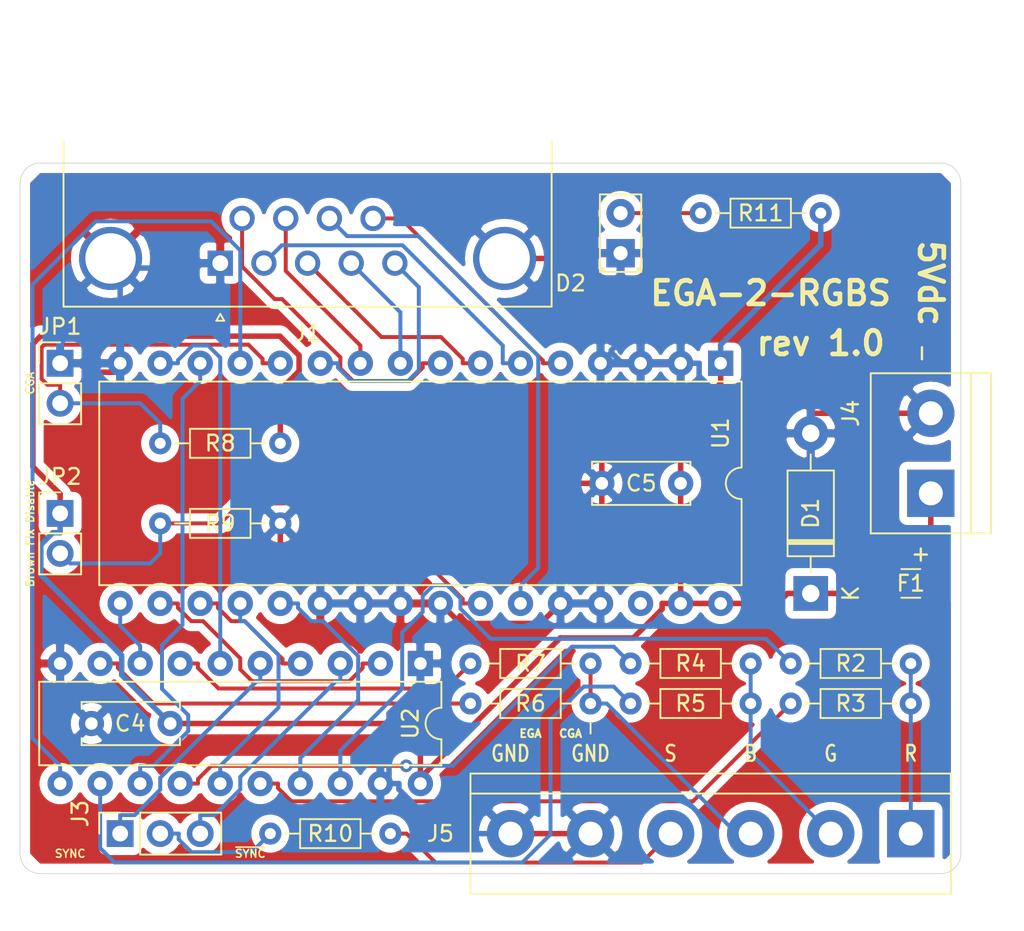
<source format=kicad_pcb>
(kicad_pcb (version 20171130) (host pcbnew 5.1.8-1.fc33)
  (layers (0 F.Cu signal) (31 B.Cu signal) (34 B.Paste user) (35 F.Paste user) (36 B.SilkS user) (37 F.SilkS user) (38 B.Mask user) (39 F.Mask user) (44 Edge.Cuts user))
  (net 0 "")
  (net 1 GND)
  (net 2 VCC)
  (net 3 "Net-(F1-Pad2)")
  (net 4 /IN_VS)
  (net 5 /IN_HS)
  (net 6 /IN_B_I)
  (net 7 /IN_G_I)
  (net 8 /IN_B)
  (net 9 /IN_G)
  (net 10 /IN_R)
  (net 11 /IN_R_I)
  (net 12 "Net-(J3-Pad2)")
  (net 13 /ANALOG_CSYNC)
  (net 14 /ANALOG_R)
  (net 15 /ANALOG_B)
  (net 16 /ANALOG_G)
  (net 17 "Net-(D2-Pad2)")
  (net 18 /~OUT_CS)
  (net 19 /OUT_CS)
  (net 20 /OUT_R)
  (net 21 /OUT_R_I)
  (net 22 /OUT_G)
  (net 23 /OUT_G_I)
  (net 24 /OUT_B)
  (net 25 /OUT_B_I)
  (net 26 /DEC_G_I)
  (net 27 /~DEC_CS)
  (net 28 /DEC_G)
  (net 29 /DEC_CS)
  (net 30 /DEC_R_I)
  (net 31 /DEC_B_I)
  (net 32 /DEC_R)
  (net 33 /DEC_B)
  (net 34 /MODE_IN)
  (net 35 "Net-(JP2-Pad2)")
  (module Resistor_THT:R_Axial_DIN0204_L3.6mm_D1.6mm_P7.62mm_Horizontal (layer F.Cu) (at 105.41 58.42 180)
    (fp_text reference R9 (at 3.81 0) (layer F.SilkS))
    (fp_text value 4.7k)
    (pad 2 thru_hole oval (at 7.62 0 180) (size 1.4 1.4) (drill 0.7) (layers *.Cu *.Mask) (net 35 "Net-(JP2-Pad2)"))
    (pad 1 thru_hole circle (at 0 0 180) (size 1.4 1.4) (drill 0.7) (layers *.Cu *.Mask) (net 1 GND))
  )
  (module Connector_PinHeader_2.54mm:PinHeader_1x02_P2.54mm_Vertical (layer F.Cu) (at 91.44 57.785)
    (fp_text reference JP2 (at 0 -2.33) (layer F.SilkS))
    (fp_text value "Brown Fix")
    (pad 2 thru_hole oval (at 0 2.54) (size 1.7 1.7) (drill 1) (layers *.Cu *.Mask) (net 35 "Net-(JP2-Pad2)"))
    (pad 1 thru_hole rect (at 0 0) (size 1.7 1.7) (drill 1) (layers *.Cu *.Mask) (net 2 VCC))
  )
  (module Connector_PinSocket_2.54mm:PinSocket_1x03_P2.54mm_Vertical (layer F.Cu) (at 95.25 78.105 90)
    (fp_text reference J3 (at 1.27 -2.54 90) (layer F.SilkS))
    (fp_text value "CSync Selection")
    (pad 3 thru_hole oval (at 0 5.08 90) (size 1.7 1.7) (drill 1) (layers *.Cu *.Mask) (net 18 /~OUT_CS))
    (pad 2 thru_hole oval (at 0 2.54 90) (size 1.7 1.7) (drill 1) (layers *.Cu *.Mask) (net 12 "Net-(J3-Pad2)"))
    (pad 1 thru_hole rect (at 0 0 90) (size 1.7 1.7) (drill 1) (layers *.Cu *.Mask) (net 19 /OUT_CS))
  )
  (module Resistor_THT:R_Axial_DIN0204_L3.6mm_D1.6mm_P7.62mm_Horizontal (layer F.Cu) (at 97.79 53.34)
    (fp_text reference R8 (at 3.81 0) (layer F.SilkS))
    (fp_text value 4.7k)
    (pad 2 thru_hole oval (at 7.62 0) (size 1.4 1.4) (drill 0.7) (layers *.Cu *.Mask) (net 2 VCC))
    (pad 1 thru_hole circle (at 0 0) (size 1.4 1.4) (drill 0.7) (layers *.Cu *.Mask) (net 34 /MODE_IN))
  )
  (module Connector_PinHeader_2.54mm:PinHeader_1x02_P2.54mm_Vertical (layer F.Cu) (at 91.44 48.26)
    (fp_text reference JP1 (at 0 -2.33) (layer F.SilkS))
    (fp_text value EGA/CGA)
    (pad 2 thru_hole oval (at 0 2.54) (size 1.7 1.7) (drill 1) (layers *.Cu *.Mask) (net 34 /MODE_IN))
    (pad 1 thru_hole rect (at 0 0) (size 1.7 1.7) (drill 1) (layers *.Cu *.Mask) (net 1 GND))
  )
  (module Package_DIP:DIP-32_W15.24mm (layer F.Cu) (at 133.35 48.26 270)
    (fp_text reference U1 (at 4.445 0 90) (layer F.SilkS))
    (fp_text value 27C010)
    (pad 32 thru_hole oval (at 15.24 0 270) (size 1.6 1.6) (drill 0.8) (layers *.Cu *.Mask) (net 2 VCC))
    (pad 16 thru_hole oval (at 0 38.1 270) (size 1.6 1.6) (drill 0.8) (layers *.Cu *.Mask) (net 1 GND))
    (pad 31 thru_hole oval (at 15.24 2.54 270) (size 1.6 1.6) (drill 0.8) (layers *.Cu *.Mask) (net 2 VCC))
    (pad 15 thru_hole oval (at 0 35.56 270) (size 1.6 1.6) (drill 0.8) (layers *.Cu *.Mask) (net 28 /DEC_G))
    (pad 30 thru_hole oval (at 15.24 5.08 270) (size 1.6 1.6) (drill 0.8) (layers *.Cu *.Mask))
    (pad 14 thru_hole oval (at 0 33.02 270) (size 1.6 1.6) (drill 0.8) (layers *.Cu *.Mask) (net 31 /DEC_B_I))
    (pad 29 thru_hole oval (at 15.24 7.62 270) (size 1.6 1.6) (drill 0.8) (layers *.Cu *.Mask) (net 1 GND))
    (pad 13 thru_hole oval (at 0 30.48 270) (size 1.6 1.6) (drill 0.8) (layers *.Cu *.Mask) (net 33 /DEC_B))
    (pad 28 thru_hole oval (at 15.24 10.16 270) (size 1.6 1.6) (drill 0.8) (layers *.Cu *.Mask) (net 1 GND))
    (pad 12 thru_hole oval (at 0 27.94 270) (size 1.6 1.6) (drill 0.8) (layers *.Cu *.Mask) (net 34 /MODE_IN))
    (pad 27 thru_hole oval (at 15.24 12.7 270) (size 1.6 1.6) (drill 0.8) (layers *.Cu *.Mask) (net 5 /IN_HS))
    (pad 11 thru_hole oval (at 0 25.4 270) (size 1.6 1.6) (drill 0.8) (layers *.Cu *.Mask) (net 8 /IN_B))
    (pad 26 thru_hole oval (at 15.24 15.24 270) (size 1.6 1.6) (drill 0.8) (layers *.Cu *.Mask) (net 35 "Net-(JP2-Pad2)"))
    (pad 10 thru_hole oval (at 0 22.86 270) (size 1.6 1.6) (drill 0.8) (layers *.Cu *.Mask) (net 6 /IN_B_I))
    (pad 25 thru_hole oval (at 15.24 17.78 270) (size 1.6 1.6) (drill 0.8) (layers *.Cu *.Mask) (net 1 GND))
    (pad 9 thru_hole oval (at 0 20.32 270) (size 1.6 1.6) (drill 0.8) (layers *.Cu *.Mask) (net 9 /IN_G))
    (pad 24 thru_hole oval (at 15.24 20.32 270) (size 1.6 1.6) (drill 0.8) (layers *.Cu *.Mask) (net 1 GND))
    (pad 8 thru_hole oval (at 0 17.78 270) (size 1.6 1.6) (drill 0.8) (layers *.Cu *.Mask) (net 7 /IN_G_I))
    (pad 23 thru_hole oval (at 15.24 22.86 270) (size 1.6 1.6) (drill 0.8) (layers *.Cu *.Mask) (net 1 GND))
    (pad 7 thru_hole oval (at 0 15.24 270) (size 1.6 1.6) (drill 0.8) (layers *.Cu *.Mask) (net 10 /IN_R))
    (pad 22 thru_hole oval (at 15.24 25.4 270) (size 1.6 1.6) (drill 0.8) (layers *.Cu *.Mask) (net 1 GND))
    (pad 6 thru_hole oval (at 0 12.7 270) (size 1.6 1.6) (drill 0.8) (layers *.Cu *.Mask) (net 11 /IN_R_I))
    (pad 21 thru_hole oval (at 15.24 27.94 270) (size 1.6 1.6) (drill 0.8) (layers *.Cu *.Mask) (net 27 /~DEC_CS))
    (pad 5 thru_hole oval (at 0 10.16 270) (size 1.6 1.6) (drill 0.8) (layers *.Cu *.Mask) (net 4 /IN_VS))
    (pad 20 thru_hole oval (at 15.24 30.48 270) (size 1.6 1.6) (drill 0.8) (layers *.Cu *.Mask) (net 29 /DEC_CS))
    (pad 4 thru_hole oval (at 0 7.62 270) (size 1.6 1.6) (drill 0.8) (layers *.Cu *.Mask) (net 1 GND))
    (pad 19 thru_hole oval (at 15.24 33.02 270) (size 1.6 1.6) (drill 0.8) (layers *.Cu *.Mask) (net 30 /DEC_R_I))
    (pad 3 thru_hole oval (at 0 5.08 270) (size 1.6 1.6) (drill 0.8) (layers *.Cu *.Mask) (net 1 GND))
    (pad 18 thru_hole oval (at 15.24 35.56 270) (size 1.6 1.6) (drill 0.8) (layers *.Cu *.Mask) (net 32 /DEC_R))
    (pad 2 thru_hole oval (at 0 2.54 270) (size 1.6 1.6) (drill 0.8) (layers *.Cu *.Mask) (net 1 GND))
    (pad 17 thru_hole oval (at 15.24 38.1 270) (size 1.6 1.6) (drill 0.8) (layers *.Cu *.Mask) (net 26 /DEC_G_I))
    (pad 1 thru_hole rect (at 0 0 270) (size 1.6 1.6) (drill 0.8) (layers *.Cu *.Mask) (net 2 VCC))
  )
  (module Package_DIP:DIP-20_W7.62mm (layer F.Cu) (at 114.3 67.31 270)
    (fp_text reference U2 (at 3.81 0.635 90) (layer F.SilkS))
    (fp_text value 74LS244)
    (pad 20 thru_hole oval (at 7.62 0 270) (size 1.6 1.6) (drill 0.8) (layers *.Cu *.Mask) (net 2 VCC))
    (pad 10 thru_hole oval (at 0 22.86 270) (size 1.6 1.6) (drill 0.8) (layers *.Cu *.Mask) (net 1 GND))
    (pad 19 thru_hole oval (at 7.62 2.54 270) (size 1.6 1.6) (drill 0.8) (layers *.Cu *.Mask) (net 1 GND))
    (pad 9 thru_hole oval (at 0 20.32 270) (size 1.6 1.6) (drill 0.8) (layers *.Cu *.Mask) (net 24 /OUT_B))
    (pad 18 thru_hole oval (at 7.62 5.08 270) (size 1.6 1.6) (drill 0.8) (layers *.Cu *.Mask) (net 20 /OUT_R))
    (pad 8 thru_hole oval (at 0 17.78 270) (size 1.6 1.6) (drill 0.8) (layers *.Cu *.Mask) (net 26 /DEC_G_I))
    (pad 17 thru_hole oval (at 7.62 7.62 270) (size 1.6 1.6) (drill 0.8) (layers *.Cu *.Mask) (net 27 /~DEC_CS))
    (pad 7 thru_hole oval (at 0 15.24 270) (size 1.6 1.6) (drill 0.8) (layers *.Cu *.Mask) (net 25 /OUT_B_I))
    (pad 16 thru_hole oval (at 7.62 10.16 270) (size 1.6 1.6) (drill 0.8) (layers *.Cu *.Mask) (net 21 /OUT_R_I))
    (pad 6 thru_hole oval (at 0 12.7 270) (size 1.6 1.6) (drill 0.8) (layers *.Cu *.Mask) (net 28 /DEC_G))
    (pad 15 thru_hole oval (at 7.62 12.7 270) (size 1.6 1.6) (drill 0.8) (layers *.Cu *.Mask) (net 29 /DEC_CS))
    (pad 5 thru_hole oval (at 0 10.16 270) (size 1.6 1.6) (drill 0.8) (layers *.Cu *.Mask) (net 19 /OUT_CS))
    (pad 14 thru_hole oval (at 7.62 15.24 270) (size 1.6 1.6) (drill 0.8) (layers *.Cu *.Mask) (net 22 /OUT_G))
    (pad 4 thru_hole oval (at 0 7.62 270) (size 1.6 1.6) (drill 0.8) (layers *.Cu *.Mask) (net 30 /DEC_R_I))
    (pad 13 thru_hole oval (at 7.62 17.78 270) (size 1.6 1.6) (drill 0.8) (layers *.Cu *.Mask) (net 31 /DEC_B_I))
    (pad 3 thru_hole oval (at 0 5.08 270) (size 1.6 1.6) (drill 0.8) (layers *.Cu *.Mask) (net 18 /~OUT_CS))
    (pad 12 thru_hole oval (at 7.62 20.32 270) (size 1.6 1.6) (drill 0.8) (layers *.Cu *.Mask) (net 23 /OUT_G_I))
    (pad 2 thru_hole oval (at 0 2.54 270) (size 1.6 1.6) (drill 0.8) (layers *.Cu *.Mask) (net 32 /DEC_R))
    (pad 11 thru_hole oval (at 7.62 22.86 270) (size 1.6 1.6) (drill 0.8) (layers *.Cu *.Mask) (net 33 /DEC_B))
    (pad 1 thru_hole rect (at 0 0 270) (size 1.6 1.6) (drill 0.8) (layers *.Cu *.Mask) (net 1 GND))
  )
  (module Resistor_THT:R_Axial_DIN0204_L3.6mm_D1.6mm_P7.62mm_Horizontal (layer F.Cu) (at 132.08 38.735)
    (fp_text reference R11 (at 3.81 0) (layer F.SilkS))
    (fp_text value 1k)
    (pad 2 thru_hole oval (at 7.62 0) (size 1.4 1.4) (drill 0.7) (layers *.Cu *.Mask) (net 2 VCC))
    (pad 1 thru_hole circle (at 0 0) (size 1.4 1.4) (drill 0.7) (layers *.Cu *.Mask) (net 17 "Net-(D2-Pad2)"))
  )
  (module LED_THT:LED_D2.0mm_W4.8mm_H2.5mm_FlatTop (layer F.Cu) (at 127 41.275 90)
    (fp_text reference D2 (at -1.905 -3.175) (layer F.SilkS))
    (fp_text value Power)
    (pad 2 thru_hole circle (at 2.54 0 90) (size 1.8 1.8) (drill 0.9) (layers *.Cu *.Mask) (net 17 "Net-(D2-Pad2)"))
    (pad 1 thru_hole rect (at 0 0 90) (size 1.8 1.8) (drill 0.9) (layers *.Cu *.Mask) (net 1 GND))
  )
  (module Diode_THT:D_DO-41_SOD81_P10.16mm_Horizontal (layer F.Cu) (at 139.065 62.865 90)
    (fp_text reference D1 (at 5.08 0 90) (layer F.SilkS))
    (fp_text value 1N4733A)
    (fp_text user K (at 0 2.54 90) (layer F.SilkS))
    (pad 2 thru_hole oval (at 10.16 0 90) (size 2.2 2.2) (drill 1.1) (layers *.Cu *.Mask) (net 1 GND))
    (pad 1 thru_hole rect (at 0 0 90) (size 2.2 2.2) (drill 1.1) (layers *.Cu *.Mask) (net 2 VCC))
  )
  (module Resistor_THT:R_Axial_DIN0204_L3.6mm_D1.6mm_P7.62mm_Horizontal (layer F.Cu) (at 104.775 78.105)
    (fp_text reference R10 (at 3.81 0) (layer F.SilkS))
    (fp_text value 470)
    (pad 2 thru_hole oval (at 7.62 0) (size 1.4 1.4) (drill 0.7) (layers *.Cu *.Mask) (net 13 /ANALOG_CSYNC))
    (pad 1 thru_hole circle (at 0 0) (size 1.4 1.4) (drill 0.7) (layers *.Cu *.Mask) (net 12 "Net-(J3-Pad2)"))
  )
  (module Resistor_THT:R_Axial_DIN0204_L3.6mm_D1.6mm_P7.62mm_Horizontal (layer F.Cu) (at 117.475 67.31)
    (fp_text reference R7 (at 3.81 0) (layer F.SilkS))
    (fp_text value 1.5k)
    (pad 2 thru_hole oval (at 7.62 0) (size 1.4 1.4) (drill 0.7) (layers *.Cu *.Mask) (net 15 /ANALOG_B))
    (pad 1 thru_hole circle (at 0 0) (size 1.4 1.4) (drill 0.7) (layers *.Cu *.Mask) (net 25 /OUT_B_I))
  )
  (module Resistor_THT:R_Axial_DIN0204_L3.6mm_D1.6mm_P7.62mm_Horizontal (layer F.Cu) (at 117.475 69.85)
    (fp_text reference R6 (at 3.81 0) (layer F.SilkS))
    (fp_text value 470)
    (pad 2 thru_hole oval (at 7.62 0) (size 1.4 1.4) (drill 0.7) (layers *.Cu *.Mask) (net 15 /ANALOG_B))
    (pad 1 thru_hole circle (at 0 0) (size 1.4 1.4) (drill 0.7) (layers *.Cu *.Mask) (net 24 /OUT_B))
  )
  (module Resistor_THT:R_Axial_DIN0204_L3.6mm_D1.6mm_P7.62mm_Horizontal (layer F.Cu) (at 127.635 69.85)
    (fp_text reference R5 (at 3.81 0) (layer F.SilkS))
    (fp_text value 1.5k)
    (pad 2 thru_hole oval (at 7.62 0) (size 1.4 1.4) (drill 0.7) (layers *.Cu *.Mask) (net 16 /ANALOG_G))
    (pad 1 thru_hole circle (at 0 0) (size 1.4 1.4) (drill 0.7) (layers *.Cu *.Mask) (net 23 /OUT_G_I))
  )
  (module Resistor_THT:R_Axial_DIN0204_L3.6mm_D1.6mm_P7.62mm_Horizontal (layer F.Cu) (at 127.635 67.31)
    (fp_text reference R4 (at 3.81 0) (layer F.SilkS))
    (fp_text value 470)
    (pad 2 thru_hole oval (at 7.62 0) (size 1.4 1.4) (drill 0.7) (layers *.Cu *.Mask) (net 16 /ANALOG_G))
    (pad 1 thru_hole circle (at 0 0) (size 1.4 1.4) (drill 0.7) (layers *.Cu *.Mask) (net 22 /OUT_G))
  )
  (module Resistor_THT:R_Axial_DIN0204_L3.6mm_D1.6mm_P7.62mm_Horizontal (layer F.Cu) (at 137.795 69.85)
    (fp_text reference R3 (at 3.81 0) (layer F.SilkS))
    (fp_text value 1.5k)
    (pad 2 thru_hole oval (at 7.62 0) (size 1.4 1.4) (drill 0.7) (layers *.Cu *.Mask) (net 14 /ANALOG_R))
    (pad 1 thru_hole circle (at 0 0) (size 1.4 1.4) (drill 0.7) (layers *.Cu *.Mask) (net 21 /OUT_R_I))
  )
  (module Resistor_THT:R_Axial_DIN0204_L3.6mm_D1.6mm_P7.62mm_Horizontal (layer F.Cu) (at 137.795 67.31)
    (fp_text reference R2 (at 3.81 0) (layer F.SilkS))
    (fp_text value 470)
    (pad 2 thru_hole oval (at 7.62 0) (size 1.4 1.4) (drill 0.7) (layers *.Cu *.Mask) (net 14 /ANALOG_R))
    (pad 1 thru_hole circle (at 0 0) (size 1.4 1.4) (drill 0.7) (layers *.Cu *.Mask) (net 20 /OUT_R))
  )
  (module TerminalBlock:TerminalBlock_bornier-6_P5.08mm (layer F.Cu) (at 145.415 78.105 180)
    (fp_text reference J5 (at 29.845 0) (layer F.SilkS))
    (fp_text value "Video Out")
    (pad 6 thru_hole circle (at 25.4 0 180) (size 3 3) (drill 1.52) (layers *.Cu *.Mask) (net 1 GND))
    (pad 5 thru_hole circle (at 20.32 0 180) (size 3 3) (drill 1.52) (layers *.Cu *.Mask) (net 1 GND))
    (pad 4 thru_hole circle (at 15.24 0 180) (size 3 3) (drill 1.52) (layers *.Cu *.Mask) (net 13 /ANALOG_CSYNC))
    (pad 1 thru_hole rect (at 0 0 180) (size 3 3) (drill 1.52) (layers *.Cu *.Mask) (net 14 /ANALOG_R))
    (pad 3 thru_hole circle (at 10.16 0 180) (size 3 3) (drill 1.52) (layers *.Cu *.Mask) (net 15 /ANALOG_B))
    (pad 2 thru_hole circle (at 5.08 0 180) (size 3 3) (drill 1.52) (layers *.Cu *.Mask) (net 16 /ANALOG_G))
  )
  (module TerminalBlock:TerminalBlock_bornier-2_P5.08mm (layer F.Cu) (at 146.685 56.515 90)
    (fp_text reference J4 (at 5.08 -5.08 90) (layer F.SilkS))
    (fp_text value Power)
    (pad 2 thru_hole circle (at 5.08 0 90) (size 3 3) (drill 1.52) (layers *.Cu *.Mask) (net 1 GND))
    (pad 1 thru_hole rect (at 0 0 90) (size 3 3) (drill 1.52) (layers *.Cu *.Mask) (net 3 "Net-(F1-Pad2)"))
  )
  (module Connector_Dsub:DSUB-9_Female_Horizontal_P2.77x2.84mm_EdgePinOffset4.94mm_Housed_MountingHolesOffset7.48mm (layer F.Cu) (at 101.6 41.91 180)
    (fp_text reference J1 (at -5.54 -4.445) (layer F.SilkS))
    (fp_text value "EGA Input")
    (pad 0 thru_hole circle (at 6.96 0.3 180) (size 4 4) (drill 3.2) (layers *.Cu *.Mask) (net 1 GND))
    (pad 0 thru_hole circle (at -18.04 0.3 180) (size 4 4) (drill 3.2) (layers *.Cu *.Mask) (net 1 GND))
    (pad 9 thru_hole circle (at -9.695 2.84 180) (size 1.6 1.6) (drill 1) (layers *.Cu *.Mask) (net 4 /IN_VS))
    (pad 8 thru_hole circle (at -6.925 2.84 180) (size 1.6 1.6) (drill 1) (layers *.Cu *.Mask) (net 5 /IN_HS))
    (pad 7 thru_hole circle (at -4.155 2.84 180) (size 1.6 1.6) (drill 1) (layers *.Cu *.Mask) (net 6 /IN_B_I))
    (pad 6 thru_hole circle (at -1.385 2.84 180) (size 1.6 1.6) (drill 1) (layers *.Cu *.Mask) (net 7 /IN_G_I))
    (pad 5 thru_hole circle (at -11.08 0 180) (size 1.6 1.6) (drill 1) (layers *.Cu *.Mask) (net 8 /IN_B))
    (pad 4 thru_hole circle (at -8.31 0 180) (size 1.6 1.6) (drill 1) (layers *.Cu *.Mask) (net 9 /IN_G))
    (pad 3 thru_hole circle (at -5.54 0 180) (size 1.6 1.6) (drill 1) (layers *.Cu *.Mask) (net 10 /IN_R))
    (pad 2 thru_hole circle (at -2.77 0 180) (size 1.6 1.6) (drill 1) (layers *.Cu *.Mask) (net 11 /IN_R_I))
    (pad 1 thru_hole rect (at 0 0 180) (size 1.6 1.6) (drill 1) (layers *.Cu *.Mask) (net 1 GND))
  )
  (module Fuse:Fuse_1206_3216Metric (layer F.Cu) (at 145.415 62.23)
    (fp_text reference F1 (at 0 0) (layer F.SilkS))
    (fp_text value 250mA)
    (pad 2 smd roundrect (at 1.4 0) (size 1.25 1.75) (layers F.Cu F.Paste F.Mask) (roundrect_rratio 0.2) (net 3 "Net-(F1-Pad2)"))
    (pad 1 smd roundrect (at -1.4 0) (size 1.25 1.75) (layers F.Cu F.Paste F.Mask) (roundrect_rratio 0.2) (net 2 VCC))
  )
  (module Capacitor_THT:C_Disc_D6.0mm_W2.5mm_P5.00mm (layer F.Cu) (at 130.81 55.88 180)
    (fp_text reference C5 (at 2.5 0) (layer F.SilkS))
    (fp_text value 100nF)
    (pad 2 thru_hole circle (at 5 0 180) (size 1.6 1.6) (drill 0.8) (layers *.Cu *.Mask) (net 1 GND))
    (pad 1 thru_hole circle (at 0 0 180) (size 1.6 1.6) (drill 0.8) (layers *.Cu *.Mask) (net 2 VCC))
  )
  (module Capacitor_THT:C_Disc_D6.0mm_W2.5mm_P5.00mm (layer F.Cu) (at 98.425 71.12 180)
    (fp_text reference C4 (at 2.54 0) (layer F.SilkS))
    (fp_text value 100nF)
    (pad 2 thru_hole circle (at 5 0 180) (size 1.6 1.6) (drill 0.8) (layers *.Cu *.Mask) (net 1 GND))
    (pad 1 thru_hole circle (at 0 0 180) (size 1.6 1.6) (drill 0.8) (layers *.Cu *.Mask) (net 2 VCC))
  )
  (gr_text "Brown Fix Disable" (at 89.535 59.055 90) (layer F.SilkS) (effects (font (size 0.5 0.5) (thickness 0.1))))
  (gr_text EGA-2-RGBS (at 136.525 43.815) (layer F.SilkS) (effects (font (size 1.5 1.5) (thickness 0.3))))
  (gr_text ~SYNC (at 103.505 79.375) (layer F.SilkS) (effects (font (size 0.5 0.5) (thickness 0.1))))
  (gr_text SYNC (at 92.075 79.375) (layer F.SilkS) (effects (font (size 0.5 0.5) (thickness 0.1))))
  (gr_text CGA (at 89.535 49.53 90) (layer F.SilkS) (effects (font (size 0.5 0.5) (thickness 0.1))))
  (gr_text - (at 146.05 47.625 90) (layer F.SilkS) (effects (font (size 1 1))))
  (gr_text + (at 146.05 60.325) (layer F.SilkS) (effects (font (size 1 1))))
  (gr_text "rev 1.0" (at 139.7 46.99) (layer F.SilkS) (effects (font (size 1.5 1.5) (thickness 0.3))))
  (gr_line (start 125.095 71.755) (end 125.095 71.12) (layer F.SilkS) (width 0.12))
  (gr_text CGA (at 123.825 71.755) (layer F.SilkS) (effects (font (size 0.5 0.5) (thickness 0.125))))
  (gr_text EGA (at 121.285 71.755) (layer F.SilkS) (effects (font (size 0.5 0.5) (thickness 0.125))))
  (gr_text R (at 145.415 73.025) (layer F.SilkS) (effects (font (size 1 0.8))))
  (gr_text G (at 140.335 73.025) (layer F.SilkS) (effects (font (size 1 0.8))))
  (gr_text B (at 135.255 73.025) (layer F.SilkS) (effects (font (size 1 0.8))))
  (gr_text S (at 130.175 73.025) (layer F.SilkS) (effects (font (size 1 0.8))))
  (gr_text GND (at 125.095 73.025) (layer F.SilkS) (effects (font (size 1 0.8))))
  (gr_text GND (at 120.015 73.025) (layer F.SilkS) (effects (font (size 1 0.8))))
  (gr_text 5Vdc (at 146.685 43.18 -90) (layer F.SilkS) (effects (font (size 1.5 1.5) (thickness 0.3))))
  (gr_line (start 90.17 80.645) (end 147.32 80.645) (layer Edge.Cuts) (width 0.05))
  (gr_line (start 148.59 79.375) (end 148.59 36.83) (layer Edge.Cuts) (width 0.05))
  (gr_arc (start 147.32 79.375) (end 147.32 80.645) (angle -90) (layer Edge.Cuts) (width 0.05))
  (gr_line (start 88.9 79.375) (end 88.9 36.83) (layer Edge.Cuts) (width 0.05))
  (gr_arc (start 90.17 79.375) (end 88.9 79.375) (angle -90) (layer Edge.Cuts) (width 0.05))
  (gr_line (start 147.32 35.56) (end 90.17 35.56) (layer Edge.Cuts) (width 0.05))
  (gr_arc (start 147.32 36.83) (end 148.59 36.83) (angle -90) (layer Edge.Cuts) (width 0.05))
  (gr_arc (start 90.17 36.83) (end 90.17 35.56) (angle -90) (layer Edge.Cuts) (width 0.05))
  (segment (start 95.25 42.22) (end 95.25 48.26) (width 0.35) (layer B.Cu) (net 1))
  (segment (start 101.6 41.91) (end 100.425 41.91) (width 0.35) (layer B.Cu) (net 1))
  (segment (start 100.425 41.91) (end 100.115 42.22) (width 0.35) (layer B.Cu) (net 1))
  (segment (start 100.115 42.22) (end 95.25 42.22) (width 0.35) (layer B.Cu) (net 1))
  (segment (start 125.81 55.88) (end 125.81 63.42) (width 0.35) (layer F.Cu) (net 1))
  (segment (start 125.81 63.42) (end 125.73 63.5) (width 0.35) (layer F.Cu) (net 1))
  (segment (start 125.73 63.5) (end 123.19 63.5) (width 0.35) (layer F.Cu) (net 1))
  (segment (start 93.425 71.12) (end 92.155 69.85) (width 0.35) (layer F.Cu) (net 1))
  (segment (start 92.155 69.85) (end 92.075 69.85) (width 0.35) (layer F.Cu) (net 1))
  (segment (start 92.075 69.85) (end 91.44 69.215) (width 0.35) (layer F.Cu) (net 1))
  (segment (start 91.44 69.215) (end 91.44 67.31) (width 0.35) (layer F.Cu) (net 1))
  (segment (start 139.065 52.705) (end 139.065 51.435) (width 0.35) (layer F.Cu) (net 1))
  (segment (start 139.065 51.435) (end 146.685 51.435) (width 0.35) (layer F.Cu) (net 1))
  (segment (start 125.81 55.88) (end 125.81 50.88) (width 0.35) (layer F.Cu) (net 1))
  (segment (start 125.81 50.88) (end 125.73 50.8) (width 0.35) (layer F.Cu) (net 1))
  (segment (start 125.73 50.8) (end 125.73 48.26) (width 0.35) (layer F.Cu) (net 1))
  (segment (start 119.64 41.61) (end 125.39 41.61) (width 0.35) (layer F.Cu) (net 1))
  (segment (start 125.39 41.61) (end 125.725 41.275) (width 0.35) (layer F.Cu) (net 1))
  (segment (start 125.725 41.275) (end 127 41.275) (width 0.35) (layer F.Cu) (net 1))
  (segment (start 125.095 78.105) (end 120.015 78.105) (width 0.35) (layer F.Cu) (net 1))
  (segment (start 130.81 48.26) (end 128.27 48.26) (width 0.35) (layer F.Cu) (net 1))
  (segment (start 113.03 63.5) (end 110.49 63.5) (width 0.35) (layer F.Cu) (net 1))
  (segment (start 110.49 63.5) (end 107.95 63.5) (width 0.35) (layer F.Cu) (net 1))
  (segment (start 120.015 78.105) (end 115.745 78.105) (width 0.35) (layer B.Cu) (net 1))
  (segment (start 115.745 78.105) (end 112.935 75.2953) (width 0.35) (layer B.Cu) (net 1))
  (segment (start 112.935 75.2953) (end 112.935 74.93) (width 0.35) (layer B.Cu) (net 1))
  (segment (start 112.935 74.93) (end 112.307 74.93) (width 0.35) (layer B.Cu) (net 1))
  (segment (start 115.57 63.5) (end 115.57 64.6753) (width 0.35) (layer B.Cu) (net 1))
  (segment (start 115.57 64.6753) (end 114.3 65.9453) (width 0.35) (layer B.Cu) (net 1))
  (segment (start 114.3 65.9453) (end 114.3 67.31) (width 0.35) (layer B.Cu) (net 1))
  (segment (start 115.57 63.5) (end 113.03 63.5) (width 0.35) (layer F.Cu) (net 1))
  (segment (start 130.81 48.26) (end 131.985 48.26) (width 0.35) (layer B.Cu) (net 1))
  (segment (start 131.985 48.26) (end 131.985 49.068) (width 0.35) (layer B.Cu) (net 1))
  (segment (start 131.985 49.068) (end 135.622 52.705) (width 0.35) (layer B.Cu) (net 1))
  (segment (start 135.622 52.705) (end 139.065 52.705) (width 0.35) (layer B.Cu) (net 1))
  (segment (start 125.81 55.88) (end 99.6935 55.88) (width 0.35) (layer F.Cu) (net 1))
  (segment (start 128.27 48.26) (end 127.095 48.26) (width 0.35) (layer B.Cu) (net 1))
  (segment (start 127.095 48.26) (end 126.412 47.5776) (width 0.35) (layer B.Cu) (net 1))
  (segment (start 125.73 48.26) (end 126.412 47.5776) (width 0.35) (layer B.Cu) (net 1))
  (segment (start 127 41.275) (end 127 46.8533) (width 0.35) (layer B.Cu) (net 1))
  (segment (start 127 46.8533) (end 126.412 47.441) (width 0.35) (layer B.Cu) (net 1))
  (segment (start 126.412 47.441) (end 126.412 47.5776) (width 0.35) (layer B.Cu) (net 1))
  (segment (start 95.25 42.22) (end 94.64 41.61) (width 0.35) (layer B.Cu) (net 1))
  (segment (start 99.6935 55.88) (end 97.79 55.88) (width 0.35) (layer F.Cu) (net 1))
  (segment (start 97.79 55.88) (end 95.25 53.34) (width 0.35) (layer F.Cu) (net 1))
  (segment (start 95.25 53.34) (end 95.25 48.8298) (width 0.35) (layer F.Cu) (net 1))
  (segment (start 95.25 48.8298) (end 95.25 48.26) (width 0.35) (layer F.Cu) (net 1))
  (segment (start 95.25 48.8298) (end 93.2351 48.8298) (width 0.35) (layer F.Cu) (net 1))
  (segment (start 93.2351 48.8298) (end 92.6653 48.26) (width 0.35) (layer F.Cu) (net 1))
  (segment (start 92.6653 48.26) (end 91.44 48.26) (width 0.35) (layer F.Cu) (net 1))
  (segment (start 114.3 67.31) (end 114.3 68.4853) (width 0.35) (layer B.Cu) (net 1))
  (segment (start 114.3 68.4853) (end 112.307 70.4785) (width 0.35) (layer B.Cu) (net 1))
  (segment (start 112.307 70.4785) (end 112.307 74.93) (width 0.35) (layer B.Cu) (net 1))
  (segment (start 111.76 74.93) (end 112.307 74.93) (width 0.35) (layer B.Cu) (net 1))
  (segment (start 115.57 63.5) (end 116.84 64.77) (width 0.35) (layer F.Cu) (net 1))
  (segment (start 121.92 64.77) (end 123.19 63.5) (width 0.35) (layer F.Cu) (net 1))
  (segment (start 116.84 64.77) (end 121.92 64.77) (width 0.35) (layer F.Cu) (net 1))
  (segment (start 105.41 59.69) (end 105.41 58.42) (width 0.35) (layer F.Cu) (net 1))
  (segment (start 106.045 60.325) (end 105.41 59.69) (width 0.35) (layer F.Cu) (net 1))
  (segment (start 107.315 60.325) (end 106.045 60.325) (width 0.35) (layer F.Cu) (net 1))
  (segment (start 107.95 60.96) (end 107.315 60.325) (width 0.35) (layer F.Cu) (net 1))
  (segment (start 107.95 63.5) (end 107.95 60.96) (width 0.35) (layer F.Cu) (net 1))
  (segment (start 95.25 58.42) (end 97.79 55.88) (width 0.35) (layer F.Cu) (net 1))
  (segment (start 95.25 60.325) (end 95.25 58.42) (width 0.35) (layer F.Cu) (net 1))
  (segment (start 91.44 64.135) (end 95.25 60.325) (width 0.35) (layer F.Cu) (net 1))
  (segment (start 91.44 67.31) (end 91.44 64.135) (width 0.35) (layer F.Cu) (net 1))
  (segment (start 105.41 50.8) (end 105.41 49.7247) (width 0.35) (layer F.Cu) (net 2))
  (segment (start 91.44 57.785) (end 91.44 56.5597) (width 0.35) (layer F.Cu) (net 2))
  (segment (start 91.44 56.5597) (end 89.7107 54.8304) (width 0.35) (layer F.Cu) (net 2))
  (segment (start 89.7107 54.8304) (end 89.7107 47.0281) (width 0.35) (layer F.Cu) (net 2))
  (segment (start 89.7107 47.0281) (end 90.1976 46.5412) (width 0.35) (layer F.Cu) (net 2))
  (segment (start 90.1976 46.5412) (end 105.3801 46.5412) (width 0.35) (layer F.Cu) (net 2))
  (segment (start 105.3801 46.5412) (end 106.6006 47.7617) (width 0.35) (layer F.Cu) (net 2))
  (segment (start 106.6006 47.7617) (end 106.6006 48.7569) (width 0.35) (layer F.Cu) (net 2))
  (segment (start 106.6006 48.7569) (end 105.6328 49.7247) (width 0.35) (layer F.Cu) (net 2))
  (segment (start 105.6328 49.7247) (end 105.41 49.7247) (width 0.35) (layer F.Cu) (net 2))
  (segment (start 91.44 57.785) (end 91.44 59.0103) (width 0.35) (layer B.Cu) (net 2))
  (segment (start 98.425 71.12) (end 95.3446 68.0396) (width 0.35) (layer B.Cu) (net 2))
  (segment (start 95.3446 68.0396) (end 95.3446 66.8058) (width 0.35) (layer B.Cu) (net 2))
  (segment (start 95.3446 66.8058) (end 90.2147 61.6759) (width 0.35) (layer B.Cu) (net 2))
  (segment (start 90.2147 61.6759) (end 90.2147 59.776) (width 0.35) (layer B.Cu) (net 2))
  (segment (start 90.2147 59.776) (end 90.9804 59.0103) (width 0.35) (layer B.Cu) (net 2))
  (segment (start 90.9804 59.0103) (end 91.44 59.0103) (width 0.35) (layer B.Cu) (net 2))
  (segment (start 144.015 62.23) (end 142.875 62.23) (width 0.35) (layer F.Cu) (net 2))
  (segment (start 142.875 62.23) (end 142.24 62.865) (width 0.35) (layer F.Cu) (net 2))
  (segment (start 142.24 62.865) (end 139.065 62.865) (width 0.35) (layer F.Cu) (net 2))
  (segment (start 130.81 55.88) (end 130.81 51.435) (width 0.35) (layer F.Cu) (net 2))
  (segment (start 130.81 51.435) (end 132.08 50.165) (width 0.35) (layer F.Cu) (net 2))
  (segment (start 132.08 50.165) (end 132.715 50.165) (width 0.35) (layer F.Cu) (net 2))
  (segment (start 132.715 50.165) (end 133.35 49.53) (width 0.35) (layer F.Cu) (net 2))
  (segment (start 133.35 49.53) (end 133.35 48.26) (width 0.35) (layer F.Cu) (net 2))
  (segment (start 130.81 55.88) (end 130.81 63.5) (width 0.35) (layer F.Cu) (net 2))
  (segment (start 133.35 63.5) (end 136.955 63.5) (width 0.35) (layer F.Cu) (net 2))
  (segment (start 136.955 63.5) (end 137.59 62.865) (width 0.35) (layer F.Cu) (net 2))
  (segment (start 137.59 62.865) (end 139.065 62.865) (width 0.35) (layer F.Cu) (net 2))
  (segment (start 133.35 48.26) (end 133.35 47.0847) (width 0.35) (layer B.Cu) (net 2))
  (segment (start 133.35 47.0847) (end 139.7 40.7347) (width 0.35) (layer B.Cu) (net 2))
  (segment (start 139.7 40.7347) (end 139.7 38.735) (width 0.35) (layer B.Cu) (net 2))
  (segment (start 130.81 63.5) (end 133.35 63.5) (width 0.35) (layer F.Cu) (net 2))
  (segment (start 98.425 71.12) (end 113.03 71.12) (width 0.35) (layer F.Cu) (net 2))
  (segment (start 113.03 71.12) (end 114.3 72.39) (width 0.35) (layer F.Cu) (net 2))
  (segment (start 114.3 72.39) (end 114.3 74.5433) (width 0.35) (layer F.Cu) (net 2))
  (segment (start 114.3 74.5433) (end 114.3 74.93) (width 0.35) (layer F.Cu) (net 2))
  (segment (start 114.3 74.5433) (end 114.319 74.5433) (width 0.35) (layer F.Cu) (net 2))
  (segment (start 114.319 74.5433) (end 123.173 65.6893) (width 0.35) (layer F.Cu) (net 2))
  (segment (start 123.173 65.6893) (end 127.811 65.6893) (width 0.35) (layer F.Cu) (net 2))
  (segment (start 127.811 65.6893) (end 129.635 63.8653) (width 0.35) (layer F.Cu) (net 2))
  (segment (start 129.635 63.8653) (end 129.635 63.5) (width 0.35) (layer F.Cu) (net 2))
  (segment (start 129.635 63.5) (end 130.81 63.5) (width 0.35) (layer F.Cu) (net 2))
  (segment (start 105.41 50.8) (end 105.41 53.34) (width 0.35) (layer F.Cu) (net 2))
  (segment (start 146.685 56.515) (end 146.685 62.1) (width 0.35) (layer F.Cu) (net 3))
  (segment (start 146.685 62.1) (end 146.815 62.23) (width 0.35) (layer F.Cu) (net 3))
  (segment (start 111.295 39.07) (end 113.052 39.07) (width 0.25) (layer F.Cu) (net 4))
  (segment (start 113.052 39.07) (end 122.065 48.0831) (width 0.25) (layer F.Cu) (net 4))
  (segment (start 122.065 48.0831) (end 122.065 48.26) (width 0.25) (layer F.Cu) (net 4))
  (segment (start 122.065 48.26) (end 123.19 48.26) (width 0.25) (layer F.Cu) (net 4))
  (segment (start 108.525 39.07) (end 109.65 40.1953) (width 0.25) (layer B.Cu) (net 5))
  (segment (start 109.65 40.1953) (end 114.177 40.1953) (width 0.25) (layer B.Cu) (net 5))
  (segment (start 114.177 40.1953) (end 121.775 47.7937) (width 0.25) (layer B.Cu) (net 5))
  (segment (start 121.775 47.7937) (end 121.775 61.2494) (width 0.25) (layer B.Cu) (net 5))
  (segment (start 121.775 61.2494) (end 120.65 62.3747) (width 0.25) (layer B.Cu) (net 5))
  (segment (start 120.65 62.3747) (end 120.65 63.5) (width 0.25) (layer B.Cu) (net 5))
  (segment (start 105.755 39.07) (end 105.755 42.3997) (width 0.25) (layer F.Cu) (net 6))
  (segment (start 105.755 42.3997) (end 110.49 47.1347) (width 0.25) (layer F.Cu) (net 6))
  (segment (start 110.49 47.1347) (end 110.49 48.26) (width 0.25) (layer F.Cu) (net 6))
  (segment (start 102.985 39.07) (end 102.985 42.1225) (width 0.25) (layer F.Cu) (net 7))
  (segment (start 102.985 42.1225) (end 105.053 44.1903) (width 0.25) (layer F.Cu) (net 7))
  (segment (start 105.053 44.1903) (end 105.524 44.1903) (width 0.25) (layer F.Cu) (net 7))
  (segment (start 105.524 44.1903) (end 109.22 47.8867) (width 0.25) (layer F.Cu) (net 7))
  (segment (start 109.22 47.8867) (end 109.22 48.5845) (width 0.25) (layer F.Cu) (net 7))
  (segment (start 109.22 48.5845) (end 110.021 49.3853) (width 0.25) (layer F.Cu) (net 7))
  (segment (start 110.021 49.3853) (end 113.601 49.3853) (width 0.25) (layer F.Cu) (net 7))
  (segment (start 113.601 49.3853) (end 114.445 48.5414) (width 0.25) (layer F.Cu) (net 7))
  (segment (start 114.445 48.5414) (end 114.445 48.26) (width 0.25) (layer F.Cu) (net 7))
  (segment (start 114.445 48.26) (end 115.57 48.26) (width 0.25) (layer F.Cu) (net 7))
  (segment (start 112.68 41.91) (end 114.199 43.4287) (width 0.25) (layer B.Cu) (net 8))
  (segment (start 114.199 43.4287) (end 114.199 48.7) (width 0.25) (layer B.Cu) (net 8))
  (segment (start 114.199 48.7) (end 113.513 49.3853) (width 0.25) (layer B.Cu) (net 8))
  (segment (start 113.513 49.3853) (end 109.919 49.3853) (width 0.25) (layer B.Cu) (net 8))
  (segment (start 109.919 49.3853) (end 109.075 48.5414) (width 0.25) (layer B.Cu) (net 8))
  (segment (start 109.075 48.5414) (end 109.075 48.26) (width 0.25) (layer B.Cu) (net 8))
  (segment (start 109.075 48.26) (end 107.95 48.26) (width 0.25) (layer B.Cu) (net 8))
  (segment (start 109.91 41.91) (end 113.03 45.03) (width 0.25) (layer B.Cu) (net 9))
  (segment (start 113.03 45.03) (end 113.03 48.26) (width 0.25) (layer B.Cu) (net 9))
  (segment (start 107.14 41.91) (end 111.829 46.5993) (width 0.25) (layer F.Cu) (net 10))
  (segment (start 111.829 46.5993) (end 115.605 46.5993) (width 0.25) (layer F.Cu) (net 10))
  (segment (start 115.605 46.5993) (end 116.985 47.9787) (width 0.25) (layer F.Cu) (net 10))
  (segment (start 116.985 47.9787) (end 116.985 48.26) (width 0.25) (layer F.Cu) (net 10))
  (segment (start 116.985 48.26) (end 118.11 48.26) (width 0.25) (layer F.Cu) (net 10))
  (segment (start 104.37 41.91) (end 105.505 40.7747) (width 0.25) (layer B.Cu) (net 11))
  (segment (start 105.505 40.7747) (end 113.165 40.7747) (width 0.25) (layer B.Cu) (net 11))
  (segment (start 113.165 40.7747) (end 119.525 47.1347) (width 0.25) (layer B.Cu) (net 11))
  (segment (start 119.525 47.1347) (end 119.525 48.26) (width 0.25) (layer B.Cu) (net 11))
  (segment (start 119.525 48.26) (end 120.65 48.26) (width 0.25) (layer B.Cu) (net 11))
  (segment (start 104.775 78.105) (end 103.6 79.2803) (width 0.25) (layer B.Cu) (net 12))
  (segment (start 103.6 79.2803) (end 99.7732 79.2803) (width 0.25) (layer B.Cu) (net 12))
  (segment (start 99.7732 79.2803) (end 98.9653 78.4724) (width 0.25) (layer B.Cu) (net 12))
  (segment (start 98.9653 78.4724) (end 98.9653 78.105) (width 0.25) (layer B.Cu) (net 12))
  (segment (start 98.9653 78.105) (end 97.79 78.105) (width 0.25) (layer B.Cu) (net 12))
  (segment (start 130.175 78.105) (end 128.34 79.9396) (width 0.25) (layer F.Cu) (net 13))
  (segment (start 128.34 79.9396) (end 115.255 79.9396) (width 0.25) (layer F.Cu) (net 13))
  (segment (start 115.255 79.9396) (end 113.42 78.105) (width 0.25) (layer F.Cu) (net 13))
  (segment (start 113.42 78.105) (end 112.395 78.105) (width 0.25) (layer F.Cu) (net 13))
  (segment (start 145.415 78.105) (end 145.415 69.85) (width 0.25) (layer B.Cu) (net 14))
  (segment (start 145.415 67.31) (end 145.415 69.85) (width 0.25) (layer B.Cu) (net 14))
  (segment (start 135.255 78.105) (end 134.375 78.105) (width 0.25) (layer B.Cu) (net 15))
  (segment (start 134.375 78.105) (end 126.12 69.85) (width 0.25) (layer B.Cu) (net 15))
  (segment (start 126.12 69.85) (end 125.095 69.85) (width 0.25) (layer B.Cu) (net 15))
  (segment (start 125.095 69.85) (end 125.095 67.31) (width 0.25) (layer F.Cu) (net 15))
  (segment (start 135.255 67.31) (end 135.255 69.85) (width 0.25) (layer B.Cu) (net 16))
  (segment (start 140.335 78.105) (end 135.255 73.025) (width 0.25) (layer B.Cu) (net 16))
  (segment (start 135.255 73.025) (end 135.255 69.85) (width 0.25) (layer B.Cu) (net 16))
  (segment (start 127 38.735) (end 132.08 38.735) (width 0.25) (layer F.Cu) (net 17))
  (segment (start 109.22 67.31) (end 109.22 68.4353) (width 0.25) (layer B.Cu) (net 18))
  (segment (start 109.22 68.4353) (end 108.939 68.4353) (width 0.25) (layer B.Cu) (net 18))
  (segment (start 108.939 68.4353) (end 102.87 74.504) (width 0.25) (layer B.Cu) (net 18))
  (segment (start 102.87 74.504) (end 102.87 75.2997) (width 0.25) (layer B.Cu) (net 18))
  (segment (start 102.87 75.2997) (end 101.24 76.9297) (width 0.25) (layer B.Cu) (net 18))
  (segment (start 101.24 76.9297) (end 100.33 76.9297) (width 0.25) (layer B.Cu) (net 18))
  (segment (start 100.33 76.9297) (end 100.33 78.105) (width 0.25) (layer B.Cu) (net 18))
  (segment (start 104.14 67.31) (end 104.14 68.4353) (width 0.25) (layer B.Cu) (net 19))
  (segment (start 104.14 68.4353) (end 103.917 68.4353) (width 0.25) (layer B.Cu) (net 19))
  (segment (start 103.917 68.4353) (end 97.79 74.5624) (width 0.25) (layer B.Cu) (net 19))
  (segment (start 97.79 74.5624) (end 97.79 75.3143) (width 0.25) (layer B.Cu) (net 19))
  (segment (start 97.79 75.3143) (end 96.1746 76.9297) (width 0.25) (layer B.Cu) (net 19))
  (segment (start 96.1746 76.9297) (end 95.25 76.9297) (width 0.25) (layer B.Cu) (net 19))
  (segment (start 95.25 76.9297) (end 95.25 78.105) (width 0.25) (layer B.Cu) (net 19))
  (segment (start 137.795 67.31) (end 136.229 65.7442) (width 0.25) (layer B.Cu) (net 20))
  (segment (start 136.229 65.7442) (end 118.757 65.7442) (width 0.25) (layer B.Cu) (net 20))
  (segment (start 118.757 65.7442) (end 116.84 63.8275) (width 0.25) (layer B.Cu) (net 20))
  (segment (start 116.84 63.8275) (end 116.84 63.1783) (width 0.25) (layer B.Cu) (net 20))
  (segment (start 116.84 63.1783) (end 116.009 62.3473) (width 0.25) (layer B.Cu) (net 20))
  (segment (start 116.009 62.3473) (end 115.125 62.3473) (width 0.25) (layer B.Cu) (net 20))
  (segment (start 115.125 62.3473) (end 114.445 63.0274) (width 0.25) (layer B.Cu) (net 20))
  (segment (start 114.445 63.0274) (end 114.445 64.0384) (width 0.25) (layer B.Cu) (net 20))
  (segment (start 114.445 64.0384) (end 113.143 65.3398) (width 0.25) (layer B.Cu) (net 20))
  (segment (start 113.143 65.3398) (end 113.143 68.9116) (width 0.25) (layer B.Cu) (net 20))
  (segment (start 113.143 68.9116) (end 109.22 72.8348) (width 0.25) (layer B.Cu) (net 20))
  (segment (start 109.22 72.8348) (end 109.22 74.93) (width 0.25) (layer B.Cu) (net 20))
  (segment (start 137.795 69.85) (end 131.59 76.0553) (width 0.25) (layer F.Cu) (net 21))
  (segment (start 131.59 76.0553) (end 106.109 76.0553) (width 0.25) (layer F.Cu) (net 21))
  (segment (start 106.109 76.0553) (end 105.265 75.2114) (width 0.25) (layer F.Cu) (net 21))
  (segment (start 105.265 75.2114) (end 105.265 74.93) (width 0.25) (layer F.Cu) (net 21))
  (segment (start 105.265 74.93) (end 104.14 74.93) (width 0.25) (layer F.Cu) (net 21))
  (segment (start 99.06 74.93) (end 100.185 74.93) (width 0.25) (layer F.Cu) (net 22))
  (segment (start 100.185 74.93) (end 100.185 74.6486) (width 0.25) (layer F.Cu) (net 22))
  (segment (start 100.185 74.6486) (end 101.029 73.8047) (width 0.25) (layer F.Cu) (net 22))
  (segment (start 101.029 73.8047) (end 113.402 73.8047) (width 0.25) (layer F.Cu) (net 22))
  (segment (start 127.635 67.31) (end 126.572 66.2468) (width 0.25) (layer B.Cu) (net 22))
  (segment (start 126.572 66.2468) (end 123.906 66.2468) (width 0.25) (layer B.Cu) (net 22))
  (segment (start 123.906 66.2468) (end 116.348 73.8047) (width 0.25) (layer B.Cu) (net 22))
  (segment (start 116.348 73.8047) (end 113.402 73.8047) (width 0.25) (layer B.Cu) (net 22))
  (via (at 113.402 73.8047) (size 0.8) (layers F.Cu B.Cu) (net 22))
  (segment (start 93.98 74.93) (end 93.98 79.0215) (width 0.25) (layer B.Cu) (net 23))
  (segment (start 93.98 79.0215) (end 94.8913 79.9328) (width 0.25) (layer B.Cu) (net 23))
  (segment (start 94.8913 79.9328) (end 120.771 79.9328) (width 0.25) (layer B.Cu) (net 23))
  (segment (start 120.771 79.9328) (end 122.555 78.1486) (width 0.25) (layer B.Cu) (net 23))
  (segment (start 122.555 78.1486) (end 122.555 70.8835) (width 0.25) (layer B.Cu) (net 23))
  (segment (start 122.555 70.8835) (end 124.661 68.7772) (width 0.25) (layer B.Cu) (net 23))
  (segment (start 124.661 68.7772) (end 126.562 68.7772) (width 0.25) (layer B.Cu) (net 23))
  (segment (start 126.562 68.7772) (end 127.635 69.85) (width 0.25) (layer B.Cu) (net 23))
  (segment (start 117.475 69.85) (end 97.364 69.85) (width 0.25) (layer F.Cu) (net 24))
  (segment (start 97.364 69.85) (end 95.1053 67.5913) (width 0.25) (layer F.Cu) (net 24))
  (segment (start 95.1053 67.5913) (end 95.1053 67.31) (width 0.25) (layer F.Cu) (net 24))
  (segment (start 95.1053 67.31) (end 93.98 67.31) (width 0.25) (layer F.Cu) (net 24))
  (segment (start 117.475 67.31) (end 115.885 68.9) (width 0.25) (layer F.Cu) (net 25))
  (segment (start 115.885 68.9) (end 101.494 68.9) (width 0.25) (layer F.Cu) (net 25))
  (segment (start 101.494 68.9) (end 100.185 67.5913) (width 0.25) (layer F.Cu) (net 25))
  (segment (start 100.185 67.5913) (end 100.185 67.31) (width 0.25) (layer F.Cu) (net 25))
  (segment (start 100.185 67.31) (end 99.06 67.31) (width 0.25) (layer F.Cu) (net 25))
  (segment (start 96.52 67.31) (end 96.52 66.1847) (width 0.25) (layer B.Cu) (net 26))
  (segment (start 96.52 66.1847) (end 95.25 64.9147) (width 0.25) (layer B.Cu) (net 26))
  (segment (start 95.25 64.9147) (end 95.25 63.5) (width 0.25) (layer B.Cu) (net 26))
  (segment (start 106.68 74.93) (end 106.68 73.315) (width 0.25) (layer B.Cu) (net 27))
  (segment (start 106.68 73.315) (end 110.35 69.6451) (width 0.25) (layer B.Cu) (net 27))
  (segment (start 110.35 69.6451) (end 110.35 66.8425) (width 0.25) (layer B.Cu) (net 27))
  (segment (start 110.35 66.8425) (end 108.133 64.6253) (width 0.25) (layer B.Cu) (net 27))
  (segment (start 108.133 64.6253) (end 107.379 64.6253) (width 0.25) (layer B.Cu) (net 27))
  (segment (start 107.379 64.6253) (end 106.535 63.7814) (width 0.25) (layer B.Cu) (net 27))
  (segment (start 106.535 63.7814) (end 106.535 63.5) (width 0.25) (layer B.Cu) (net 27))
  (segment (start 106.535 63.5) (end 105.41 63.5) (width 0.25) (layer B.Cu) (net 27))
  (segment (start 101.6 67.31) (end 101.6 47.9062) (width 0.25) (layer B.Cu) (net 28))
  (segment (start 101.6 47.9062) (end 100.828 47.1347) (width 0.25) (layer B.Cu) (net 28))
  (segment (start 100.828 47.1347) (end 99.8478 47.1347) (width 0.25) (layer B.Cu) (net 28))
  (segment (start 99.8478 47.1347) (end 98.9153 48.0672) (width 0.25) (layer B.Cu) (net 28))
  (segment (start 98.9153 48.0672) (end 98.9153 48.26) (width 0.25) (layer B.Cu) (net 28))
  (segment (start 98.9153 48.26) (end 97.79 48.26) (width 0.25) (layer B.Cu) (net 28))
  (segment (start 101.6 74.93) (end 101.6 73.8047) (width 0.25) (layer B.Cu) (net 29))
  (segment (start 101.6 73.8047) (end 105.297 70.1073) (width 0.25) (layer B.Cu) (net 29))
  (segment (start 105.297 70.1073) (end 105.297 66.7714) (width 0.25) (layer B.Cu) (net 29))
  (segment (start 105.297 66.7714) (end 103.151 64.6253) (width 0.25) (layer B.Cu) (net 29))
  (segment (start 103.151 64.6253) (end 102.87 64.6253) (width 0.25) (layer B.Cu) (net 29))
  (segment (start 102.87 64.6253) (end 102.87 63.5) (width 0.25) (layer B.Cu) (net 29))
  (segment (start 106.68 67.31) (end 105.555 67.31) (width 0.25) (layer F.Cu) (net 30))
  (segment (start 105.555 67.31) (end 105.555 67.0286) (width 0.25) (layer F.Cu) (net 30))
  (segment (start 105.555 67.0286) (end 103.151 64.6253) (width 0.25) (layer F.Cu) (net 30))
  (segment (start 103.151 64.6253) (end 102.299 64.6253) (width 0.25) (layer F.Cu) (net 30))
  (segment (start 102.299 64.6253) (end 101.455 63.7814) (width 0.25) (layer F.Cu) (net 30))
  (segment (start 101.455 63.7814) (end 101.455 63.5) (width 0.25) (layer F.Cu) (net 30))
  (segment (start 101.455 63.5) (end 100.33 63.5) (width 0.25) (layer F.Cu) (net 30))
  (segment (start 96.52 74.93) (end 96.52 73.8047) (width 0.25) (layer B.Cu) (net 31))
  (segment (start 96.52 73.8047) (end 97.364 73.8047) (width 0.25) (layer B.Cu) (net 31))
  (segment (start 97.364 73.8047) (end 99.5662 71.6025) (width 0.25) (layer B.Cu) (net 31))
  (segment (start 99.5662 71.6025) (end 99.5662 70.583) (width 0.25) (layer B.Cu) (net 31))
  (segment (start 99.5662 70.583) (end 97.9025 68.9193) (width 0.25) (layer B.Cu) (net 31))
  (segment (start 97.9025 68.9193) (end 97.9025 66.1543) (width 0.25) (layer B.Cu) (net 31))
  (segment (start 97.9025 66.1543) (end 99.2047 64.8521) (width 0.25) (layer B.Cu) (net 31))
  (segment (start 99.2047 64.8521) (end 99.2047 50.5106) (width 0.25) (layer B.Cu) (net 31))
  (segment (start 99.2047 50.5106) (end 100.33 49.3853) (width 0.25) (layer B.Cu) (net 31))
  (segment (start 100.33 49.3853) (end 100.33 48.26) (width 0.25) (layer B.Cu) (net 31))
  (segment (start 111.76 67.31) (end 110.635 67.31) (width 0.25) (layer F.Cu) (net 32))
  (segment (start 110.635 67.31) (end 110.635 67.5913) (width 0.25) (layer F.Cu) (net 32))
  (segment (start 110.635 67.5913) (end 109.79 68.4355) (width 0.25) (layer F.Cu) (net 32))
  (segment (start 109.79 68.4355) (end 103.62 68.4355) (width 0.25) (layer F.Cu) (net 32))
  (segment (start 103.62 68.4355) (end 102.87 67.6853) (width 0.25) (layer F.Cu) (net 32))
  (segment (start 102.87 67.6853) (end 102.87 66.9825) (width 0.25) (layer F.Cu) (net 32))
  (segment (start 102.87 66.9825) (end 100.513 64.6253) (width 0.25) (layer F.Cu) (net 32))
  (segment (start 100.513 64.6253) (end 99.7592 64.6253) (width 0.25) (layer F.Cu) (net 32))
  (segment (start 99.7592 64.6253) (end 98.9153 63.7814) (width 0.25) (layer F.Cu) (net 32))
  (segment (start 98.9153 63.7814) (end 98.9153 63.5) (width 0.25) (layer F.Cu) (net 32))
  (segment (start 98.9153 63.5) (end 97.79 63.5) (width 0.25) (layer F.Cu) (net 32))
  (segment (start 91.44 74.93) (end 91.44 73.8047) (width 0.25) (layer B.Cu) (net 33))
  (segment (start 91.44 73.8047) (end 89.6896 72.0543) (width 0.25) (layer B.Cu) (net 33))
  (segment (start 89.6896 72.0543) (end 89.6896 43.2626) (width 0.25) (layer B.Cu) (net 33))
  (segment (start 89.6896 43.2626) (end 93.6959 39.2563) (width 0.25) (layer B.Cu) (net 33))
  (segment (start 93.6959 39.2563) (end 101.0244 39.2563) (width 0.25) (layer B.Cu) (net 33))
  (segment (start 101.0244 39.2563) (end 102.87 41.1019) (width 0.25) (layer B.Cu) (net 33))
  (segment (start 102.87 41.1019) (end 102.87 48.26) (width 0.25) (layer B.Cu) (net 33))
  (segment (start 105.41 48.26) (end 104.285 48.26) (width 0.25) (layer F.Cu) (net 34))
  (segment (start 104.285 48.26) (end 104.285 47.9787) (width 0.25) (layer F.Cu) (net 34))
  (segment (start 104.285 47.9787) (end 103.388 47.0818) (width 0.25) (layer F.Cu) (net 34))
  (segment (start 103.388 47.0818) (end 90.4272 47.0818) (width 0.25) (layer F.Cu) (net 34))
  (segment (start 90.4272 47.0818) (end 90.2647 47.2443) (width 0.25) (layer F.Cu) (net 34))
  (segment (start 90.2647 47.2443) (end 90.2647 49.2575) (width 0.25) (layer F.Cu) (net 34))
  (segment (start 90.2647 49.2575) (end 90.6319 49.6247) (width 0.25) (layer F.Cu) (net 34))
  (segment (start 90.6319 49.6247) (end 91.44 49.6247) (width 0.25) (layer F.Cu) (net 34))
  (segment (start 91.44 49.6247) (end 91.44 50.8) (width 0.25) (layer F.Cu) (net 34))
  (segment (start 91.44 50.8) (end 96.52 50.8) (width 0.25) (layer B.Cu) (net 34))
  (segment (start 97.79 52.07) (end 97.79 53.34) (width 0.25) (layer B.Cu) (net 34))
  (segment (start 96.52 50.8) (end 97.79 52.07) (width 0.25) (layer B.Cu) (net 34))
  (segment (start 97.79 60.325) (end 97.79 58.42) (width 0.25) (layer B.Cu) (net 35))
  (segment (start 97.155 60.96) (end 97.79 60.325) (width 0.25) (layer B.Cu) (net 35))
  (segment (start 92.075 60.96) (end 97.155 60.96) (width 0.25) (layer B.Cu) (net 35))
  (segment (start 91.44 60.325) (end 92.075 60.96) (width 0.25) (layer B.Cu) (net 35))
  (segment (start 116.9847 63.5) (end 118.11 63.5) (width 0.25) (layer F.Cu) (net 35))
  (segment (start 116.9847 63.2187) (end 116.9847 63.5) (width 0.25) (layer F.Cu) (net 35))
  (segment (start 102.87 57.15) (end 110.916 57.15) (width 0.25) (layer F.Cu) (net 35))
  (segment (start 110.916 57.15) (end 116.9847 63.2187) (width 0.25) (layer F.Cu) (net 35))
  (segment (start 101.6 58.42) (end 102.87 57.15) (width 0.25) (layer F.Cu) (net 35))
  (segment (start 97.79 58.42) (end 101.6 58.42) (width 0.25) (layer F.Cu) (net 35))
  (zone (net 1) (net_name GND) (layer B.Cu) (connect_pads (clearance 0.508)) (min_thickness 0.254) (fill yes (arc_segments 32) (thermal_gap 0.508) (thermal_bridge_width 0.508))
    (polygon (pts (xy 147.955 36.83) (xy 147.955 79.375) (xy 147.32 80.01) (xy 90.17 80.01) (xy 89.535 79.375) (xy 89.535 36.83) (xy 90.17 36.195) (xy 147.32 36.195)))
  )
  (zone (net 1) (net_name GND) (layer F.Cu) (connect_pads (clearance 0.508)) (min_thickness 0.254) (fill yes (arc_segments 32) (thermal_gap 0.508) (thermal_bridge_width 0.508))
    (polygon (pts (xy 147.955 36.83) (xy 147.955 79.375) (xy 147.32 80.01) (xy 90.17 80.01) (xy 89.535 79.375) (xy 89.535 36.83) (xy 90.17 36.195) (xy 147.32 36.195)))
  )
)
</source>
